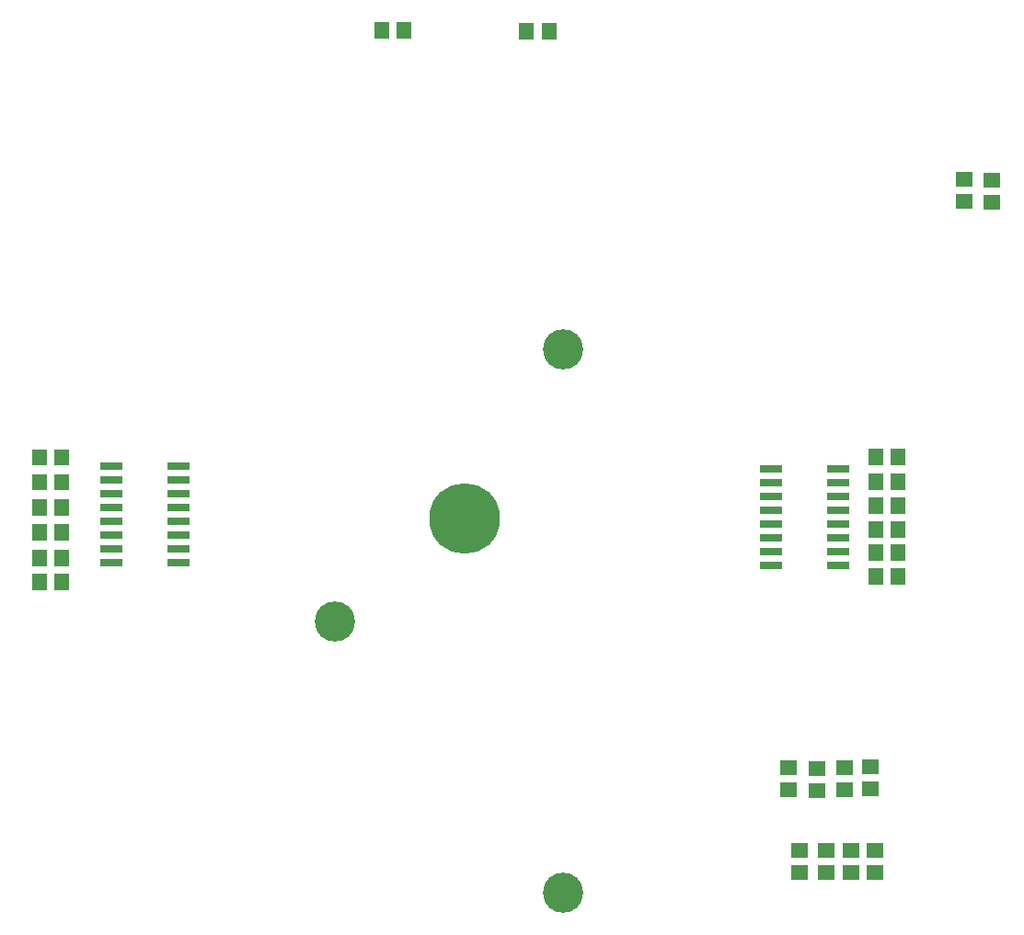
<source format=gtp>
G04 MADE WITH FRITZING*
G04 WWW.FRITZING.ORG*
G04 DOUBLE SIDED*
G04 HOLES PLATED*
G04 CONTOUR ON CENTER OF CONTOUR VECTOR*
%ASAXBY*%
%FSLAX23Y23*%
%MOIN*%
%OFA0B0*%
%SFA1.0B1.0*%
%ADD10C,0.255905*%
%ADD11C,0.145669*%
%ADD12R,0.080000X0.026000*%
%ADD13R,0.055118X0.059055*%
%ADD14R,0.059055X0.055118*%
%LNPASTEMASK1*%
G90*
G70*
G54D10*
X1965Y1971D03*
G54D11*
X2319Y2582D03*
X1492Y1597D03*
X2319Y613D03*
G54D12*
X685Y2158D03*
X685Y2108D03*
X685Y2058D03*
X685Y2008D03*
X685Y1958D03*
X685Y1908D03*
X685Y1858D03*
X685Y1808D03*
X927Y1808D03*
X927Y1858D03*
X927Y1908D03*
X927Y1958D03*
X927Y2008D03*
X927Y2058D03*
X927Y2108D03*
X927Y2158D03*
G54D13*
X504Y1739D03*
X423Y1739D03*
X504Y1825D03*
X423Y1825D03*
X504Y2011D03*
X423Y2011D03*
G54D12*
X3316Y1800D03*
X3316Y1850D03*
X3316Y1900D03*
X3316Y1950D03*
X3316Y2000D03*
X3316Y2050D03*
X3316Y2100D03*
X3316Y2150D03*
X3074Y2150D03*
X3074Y2100D03*
X3074Y2050D03*
X3074Y2000D03*
X3074Y1950D03*
X3074Y1900D03*
X3074Y1850D03*
X3074Y1800D03*
G54D13*
X3453Y2193D03*
X3534Y2193D03*
X3453Y2104D03*
X3534Y2104D03*
X3453Y2015D03*
X3534Y2015D03*
X3453Y1929D03*
X3534Y1929D03*
X3453Y1847D03*
X3534Y1847D03*
X3453Y1760D03*
X3534Y1760D03*
G54D14*
X3449Y766D03*
X3449Y685D03*
X3362Y766D03*
X3362Y685D03*
X3272Y766D03*
X3272Y685D03*
X3177Y766D03*
X3177Y685D03*
X3137Y1065D03*
X3137Y985D03*
X3241Y1064D03*
X3241Y984D03*
X3340Y1066D03*
X3340Y986D03*
X3434Y1068D03*
X3434Y988D03*
X3872Y3116D03*
X3872Y3197D03*
X3775Y3119D03*
X3775Y3200D03*
G54D13*
X1743Y3741D03*
X1662Y3741D03*
X2188Y3737D03*
X2269Y3737D03*
G36*
X476Y1890D02*
X476Y1949D01*
X531Y1949D01*
X531Y1890D01*
X476Y1890D01*
G37*
D02*
G36*
X396Y1890D02*
X396Y1949D01*
X451Y1949D01*
X451Y1890D01*
X396Y1890D01*
G37*
D02*
G36*
X476Y2072D02*
X476Y2131D01*
X531Y2131D01*
X531Y2072D01*
X476Y2072D01*
G37*
D02*
G36*
X396Y2072D02*
X396Y2131D01*
X451Y2131D01*
X451Y2072D01*
X396Y2072D01*
G37*
D02*
G36*
X476Y2162D02*
X476Y2221D01*
X531Y2221D01*
X531Y2162D01*
X476Y2162D01*
G37*
D02*
G36*
X396Y2162D02*
X396Y2221D01*
X451Y2221D01*
X451Y2162D01*
X396Y2162D01*
G37*
D02*
G04 End of PasteMask1*
M02*
</source>
